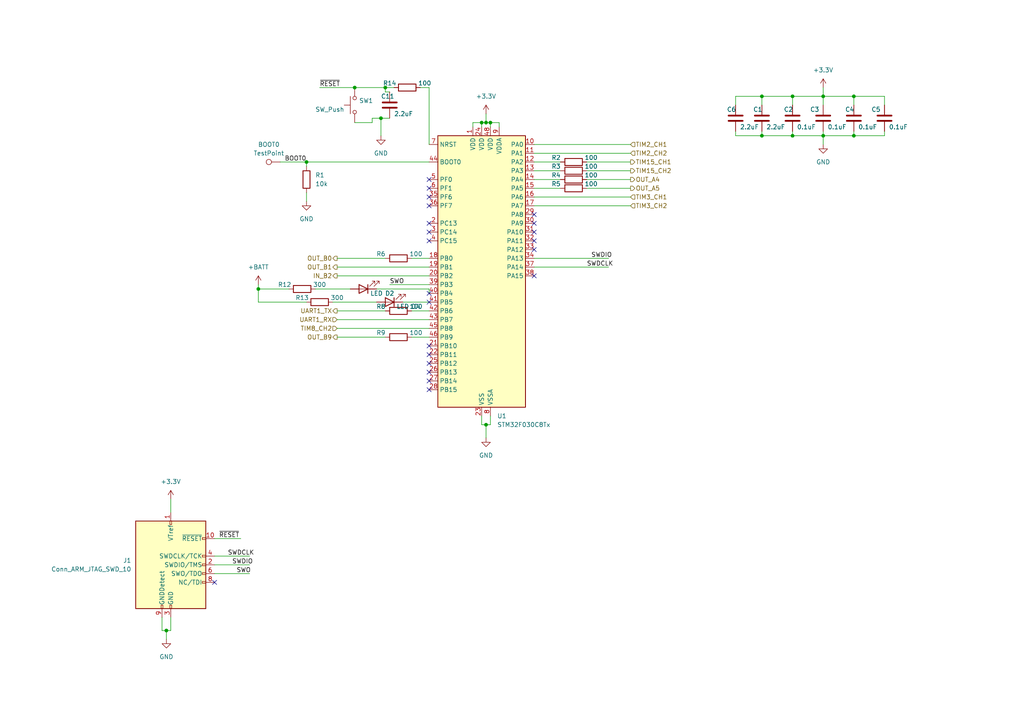
<source format=kicad_sch>
(kicad_sch (version 20230121) (generator eeschema)
  (paper "A4")
  (lib_symbols
    (symbol "Connector:Conn_ARM_JTAG_SWD_10" (pin_names (offset 1.016))
      (property "Reference" "J" (at -2.54 16.51 0))
      (property "Value" "Conn_ARM_JTAG_SWD_10" (at -2.54 13.97 0))
      (symbol "Conn_ARM_JTAG_SWD_10_0_1"
        (rectangle (start -10.16 12.7) (end 10.16 -12.7) (stroke (width 0.254)) (fill (type background)))
        (rectangle (start -2.794 -12.7) (end -2.286 -11.684))
        (rectangle (start -0.254 -12.7) (end 0.254 -11.684))
        (rectangle (start -0.254 12.7) (end 0.254 11.684))
        (rectangle (start 9.144 2.286) (end 10.16 2.794))
        (rectangle (start 10.16 -2.794) (end 9.144 -2.286))
        (rectangle (start 10.16 -0.254) (end 9.144 0.254))
        (rectangle (start 10.16 7.874) (end 9.144 7.366))
      )
      (symbol "Conn_ARM_JTAG_SWD_10_1_1"
        (rectangle (start 9.144 -5.334) (end 10.16 -4.826))
        (pin power_in line (at 0 15.24 270) (length 2.54) (name "VTref") (number "1"))
        (pin open_collector line (at 12.7 7.62 180) (length 2.54) (name "~{RESET}") (number "10"))
        (pin bidirectional line (at 12.7 0 180) (length 2.54) (name "SWDIO/TMS") (number "2"))
        (pin power_in line (at 0 -15.24 90) (length 2.54) (name "GND") (number "3"))
        (pin output line (at 12.7 2.54 180) (length 2.54) (name "SWDCLK/TCK") (number "4"))
        (pin passive line (at 0 -15.24 90) (length 2.54) hide (name "GND") (number "5"))
        (pin input line (at 12.7 -2.54 180) (length 2.54) (name "SWO/TDO") (number "6"))
        (pin no_connect line (at -10.16 0 0) (length 2.54) hide (name "KEY") (number "7"))
        (pin output line (at 12.7 -5.08 180) (length 2.54) (name "NC/TDI") (number "8"))
        (pin passive line (at -2.54 -15.24 90) (length 2.54) (name "GNDDetect") (number "9"))
      )
    )
    (symbol "Connector:TestPoint" (pin_numbers hide) (pin_names (offset 0.762) hide)
      (property "Reference" "TP" (at 0 6.858 0))
      (property "Value" "TestPoint" (at 0 5.08 0))
      (symbol "TestPoint_0_1"
        (circle (center 0 3.302) (radius 0.762))
      )
      (symbol "TestPoint_1_1"
        (pin passive line (at 0 0 90) (length 2.54) (name "1") (number "1"))
      )
    )
    (symbol "Device:C" (pin_numbers hide) (pin_names (offset 0.254))
      (property "Reference" "C" (at 0.635 2.54 0))
      (property "Value" "C" (at 0.635 -2.54 0))
      (symbol "C_0_1"
        (polyline (pts (xy -2.032 -0.762) (xy 2.032 -0.762)) (stroke (width 0.508)))
        (polyline (pts (xy -2.032 0.762) (xy 2.032 0.762)) (stroke (width 0.508)))
      )
      (symbol "C_1_1"
        (pin passive line (at 0 3.81 270) (length 2.794) (name "~") (number "1"))
        (pin passive line (at 0 -3.81 90) (length 2.794) (name "~") (number "2"))
      )
    )
    (symbol "Device:LED" (pin_numbers hide) (pin_names (offset 1.016) hide)
      (property "Reference" "D" (at 0 2.54 0))
      (property "Value" "LED" (at 0 -2.54 0))
      (symbol "LED_0_1"
        (polyline (pts (xy -1.27 -1.27) (xy -1.27 1.27)) (stroke (width 0.254)))
        (polyline (pts (xy -1.27 0) (xy 1.27 0)))
        (polyline (pts (xy 1.27 -1.27) (xy 1.27 1.27) (xy -1.27 0) (xy 1.27 -1.27)) (stroke (width 0.254)))
        (polyline (pts (xy -3.048 -0.762) (xy -4.572 -2.286) (xy -3.81 -2.286) (xy -4.572 -2.286) (xy -4.572 -1.524)))
        (polyline (pts (xy -1.778 -0.762) (xy -3.302 -2.286) (xy -2.54 -2.286) (xy -3.302 -2.286) (xy -3.302 -1.524)))
      )
      (symbol "LED_1_1"
        (pin passive line (at -3.81 0 0) (length 2.54) (name "K") (number "1"))
        (pin passive line (at 3.81 0 180) (length 2.54) (name "A") (number "2"))
      )
    )
    (symbol "Device:R" (pin_numbers hide) (pin_names (offset 0))
      (property "Reference" "R" (at 2.032 0 90))
      (property "Value" "R" (at 0 0 90))
      (symbol "R_0_1"
        (rectangle (start -1.016 -2.54) (end 1.016 2.54) (stroke (width 0.254)))
      )
      (symbol "R_1_1"
        (pin passive line (at 0 3.81 270) (length 1.27) (name "~") (number "1"))
        (pin passive line (at 0 -3.81 90) (length 1.27) (name "~") (number "2"))
      )
    )
    (symbol "MCU_ST_STM32F0:STM32F030C8Tx"
      (property "Reference" "U" (at -12.7 41.91 0))
      (property "Value" "STM32F030C8Tx" (at 7.62 41.91 0))
      (symbol "STM32F030C8Tx_0_1"
        (rectangle (start -12.7 -38.1) (end 12.7 40.64) (stroke (width 0.254)) (fill (type background)))
      )
      (symbol "STM32F030C8Tx_1_1"
        (pin power_in line (at -2.54 43.18 270) (length 2.54) (name "VDD") (number "1"))
        (pin bidirectional line (at 15.24 38.1 180) (length 2.54) (name "PA0") (number "10"))
        (pin bidirectional line (at 15.24 35.56 180) (length 2.54) (name "PA1") (number "11"))
        (pin bidirectional line (at 15.24 33.02 180) (length 2.54) (name "PA2") (number "12"))
        (pin bidirectional line (at 15.24 30.48 180) (length 2.54) (name "PA3") (number "13"))
        (pin bidirectional line (at 15.24 27.94 180) (length 2.54) (name "PA4") (number "14"))
        (pin bidirectional line (at 15.24 25.4 180) (length 2.54) (name "PA5") (number "15"))
        (pin bidirectional line (at 15.24 22.86 180) (length 2.54) (name "PA6") (number "16"))
        (pin bidirectional line (at 15.24 20.32 180) (length 2.54) (name "PA7") (number "17"))
        (pin bidirectional line (at -15.24 5.08 0) (length 2.54) (name "PB0") (number "18"))
        (pin bidirectional line (at -15.24 2.54 0) (length 2.54) (name "PB1") (number "19"))
        (pin bidirectional line (at -15.24 15.24 0) (length 2.54) (name "PC13") (number "2"))
        (pin bidirectional line (at -15.24 0 0) (length 2.54) (name "PB2") (number "20"))
        (pin bidirectional line (at -15.24 -20.32 0) (length 2.54) (name "PB10") (number "21"))
        (pin bidirectional line (at -15.24 -22.86 0) (length 2.54) (name "PB11") (number "22"))
        (pin power_in line (at 0 -40.64 90) (length 2.54) (name "VSS") (number "23"))
        (pin power_in line (at 0 43.18 270) (length 2.54) (name "VDD") (number "24"))
        (pin bidirectional line (at -15.24 -25.4 0) (length 2.54) (name "PB12") (number "25"))
        (pin bidirectional line (at -15.24 -27.94 0) (length 2.54) (name "PB13") (number "26"))
        (pin bidirectional line (at -15.24 -30.48 0) (length 2.54) (name "PB14") (number "27"))
        (pin bidirectional line (at -15.24 -33.02 0) (length 2.54) (name "PB15") (number "28"))
        (pin bidirectional line (at 15.24 17.78 180) (length 2.54) (name "PA8") (number "29"))
        (pin bidirectional line (at -15.24 12.7 0) (length 2.54) (name "PC14") (number "3"))
        (pin bidirectional line (at 15.24 15.24 180) (length 2.54) (name "PA9") (number "30"))
        (pin bidirectional line (at 15.24 12.7 180) (length 2.54) (name "PA10") (number "31"))
        (pin bidirectional line (at 15.24 10.16 180) (length 2.54) (name "PA11") (number "32"))
        (pin bidirectional line (at 15.24 7.62 180) (length 2.54) (name "PA12") (number "33"))
        (pin bidirectional line (at 15.24 5.08 180) (length 2.54) (name "PA13") (number "34"))
        (pin bidirectional line (at -15.24 22.86 0) (length 2.54) (name "PF6") (number "35"))
        (pin bidirectional line (at -15.24 20.32 0) (length 2.54) (name "PF7") (number "36"))
        (pin bidirectional line (at 15.24 2.54 180) (length 2.54) (name "PA14") (number "37"))
        (pin bidirectional line (at 15.24 0 180) (length 2.54) (name "PA15") (number "38"))
        (pin bidirectional line (at -15.24 -2.54 0) (length 2.54) (name "PB3") (number "39"))
        (pin bidirectional line (at -15.24 10.16 0) (length 2.54) (name "PC15") (number "4"))
        (pin bidirectional line (at -15.24 -5.08 0) (length 2.54) (name "PB4") (number "40"))
        (pin bidirectional line (at -15.24 -7.62 0) (length 2.54) (name "PB5") (number "41"))
        (pin bidirectional line (at -15.24 -10.16 0) (length 2.54) (name "PB6") (number "42"))
        (pin bidirectional line (at -15.24 -12.7 0) (length 2.54) (name "PB7") (number "43"))
        (pin input line (at -15.24 33.02 0) (length 2.54) (name "BOOT0") (number "44"))
        (pin bidirectional line (at -15.24 -15.24 0) (length 2.54) (name "PB8") (number "45"))
        (pin bidirectional line (at -15.24 -17.78 0) (length 2.54) (name "PB9") (number "46"))
        (pin passive line (at 0 -40.64 90) (length 2.54) hide (name "VSS") (number "47"))
        (pin power_in line (at 2.54 43.18 270) (length 2.54) (name "VDD") (number "48"))
        (pin bidirectional line (at -15.24 27.94 0) (length 2.54) (name "PF0") (number "5"))
        (pin bidirectional line (at -15.24 25.4 0) (length 2.54) (name "PF1") (number "6"))
        (pin input line (at -15.24 38.1 0) (length 2.54) (name "NRST") (number "7"))
        (pin power_in line (at 2.54 -40.64 90) (length 2.54) (name "VSSA") (number "8"))
        (pin power_in line (at 5.08 43.18 270) (length 2.54) (name "VDDA") (number "9"))
      )
    )
    (symbol "Switch:SW_Push" (pin_numbers hide) (pin_names (offset 1.016) hide)
      (property "Reference" "SW" (at 1.27 2.54 0))
      (property "Value" "SW_Push" (at 0 -1.524 0))
      (symbol "SW_Push_0_1"
        (circle (center -2.032 0) (radius 0.508))
        (polyline (pts (xy 0 1.27) (xy 0 3.048)))
        (polyline (pts (xy 2.54 1.27) (xy -2.54 1.27)))
        (circle (center 2.032 0) (radius 0.508))
        (pin passive line (at -5.08 0 0) (length 2.54) (name "1") (number "1"))
        (pin passive line (at 5.08 0 180) (length 2.54) (name "2") (number "2"))
      )
    )
    (symbol "power:+3.3V" (power) (pin_names (offset 0))
      (property "Value" "+3.3V" (at 0 3.556 0))
      (symbol "+3.3V_0_1"
        (polyline (pts (xy -0.762 1.27) (xy 0 2.54)))
        (polyline (pts (xy 0 0) (xy 0 2.54)))
        (polyline (pts (xy 0 2.54) (xy 0.762 1.27)))
      )
      (symbol "+3.3V_1_1"
        (pin power_in line (at 0 0 90) (length 0) hide (name "+3.3V") (number "1"))
      )
    )
    (symbol "power:+BATT" (power) (pin_names (offset 0))
      (property "Value" "+BATT" (at 0 3.556 0))
      (symbol "+BATT_0_1"
        (polyline (pts (xy -0.762 1.27) (xy 0 2.54)))
        (polyline (pts (xy 0 0) (xy 0 2.54)))
        (polyline (pts (xy 0 2.54) (xy 0.762 1.27)))
      )
      (symbol "+BATT_1_1"
        (pin power_in line (at 0 0 90) (length 0) hide (name "+BATT") (number "1"))
      )
    )
    (symbol "power:GND" (power) (pin_names (offset 0))
      (property "Value" "GND" (at 0 -3.81 0))
      (symbol "GND_0_1"
        (polyline (pts (xy 0 0) (xy 0 -1.27) (xy 1.27 -1.27) (xy 0 -2.54) (xy -1.27 -1.27) (xy 0 -1.27)))
      )
      (symbol "GND_1_1"
        (pin power_in line (at 0 0 270) (length 0) hide (name "GND") (number "1"))
      )
    )
  )
  (junction (at 111.76 25.4))
  (junction (at 247.65 27.94))
  (junction (at 140.97 123.19))
  (junction (at 142.24 35.56))
  (junction (at 229.87 27.94))
  (junction (at 220.98 27.94))
  (junction (at 74.93 83.82))
  (junction (at 110.49 34.29))
  (junction (at 48.26 182.88))
  (junction (at 139.7 35.56))
  (junction (at 238.76 39.37))
  (junction (at 229.87 39.37))
  (junction (at 220.98 39.37))
  (junction (at 238.76 27.94))
  (junction (at 102.87 25.4))
  (junction (at 140.97 35.56))
  (junction (at 247.65 39.37))
  (junction (at 88.9 46.99))
  (no_connect (at 124.46 69.85))
  (no_connect (at 154.94 62.23))
  (no_connect (at 124.46 105.41))
  (no_connect (at 124.46 102.87))
  (no_connect (at 154.94 80.01))
  (no_connect (at 124.46 54.61))
  (no_connect (at 124.46 57.15))
  (no_connect (at 124.46 110.49))
  (no_connect (at 124.46 85.09))
  (no_connect (at 154.94 69.85))
  (no_connect (at 124.46 52.07))
  (no_connect (at 154.94 67.31))
  (no_connect (at 124.46 64.77))
  (no_connect (at 154.94 64.77))
  (no_connect (at 124.46 67.31))
  (no_connect (at 124.46 59.69))
  (no_connect (at 124.46 107.95))
  (no_connect (at 154.94 72.39))
  (no_connect (at 124.46 87.63))
  (no_connect (at 124.46 100.33))
  (no_connect (at 62.23 168.91))
  (no_connect (at 124.46 113.03))
  (wire (pts (xy 102.87 35.56) (xy 107.95 35.56)))
  (wire (pts (xy 111.76 25.4) (xy 114.3 25.4)))
  (wire (pts (xy 140.97 123.19) (xy 140.97 127)))
  (wire (pts (xy 137.16 36.83) (xy 137.16 35.56)))
  (wire (pts (xy 49.53 144.78) (xy 49.53 148.59)))
  (wire (pts (xy 154.94 57.15) (xy 182.88 57.15)))
  (wire (pts (xy 88.9 46.99) (xy 88.9 48.26)))
  (wire (pts (xy 154.94 59.69) (xy 182.88 59.69)))
  (wire (pts (xy 170.18 52.07) (xy 182.88 52.07)))
  (wire (pts (xy 137.16 35.56) (xy 139.7 35.56)))
  (wire (pts (xy 213.36 39.37) (xy 220.98 39.37)))
  (wire (pts (xy 116.84 87.63) (xy 124.46 87.63)))
  (wire (pts (xy 62.23 161.29) (xy 72.39 161.29)))
  (wire (pts (xy 154.94 41.91) (xy 182.88 41.91)))
  (wire (pts (xy 220.98 38.1) (xy 220.98 39.37)))
  (wire (pts (xy 220.98 27.94) (xy 229.87 27.94)))
  (wire (pts (xy 247.65 38.1) (xy 247.65 39.37)))
  (wire (pts (xy 256.54 30.48) (xy 256.54 27.94)))
  (wire (pts (xy 74.93 83.82) (xy 74.93 87.63)))
  (wire (pts (xy 102.87 25.4) (xy 111.76 25.4)))
  (wire (pts (xy 88.9 55.88) (xy 88.9 58.42)))
  (wire (pts (xy 256.54 38.1) (xy 256.54 39.37)))
  (wire (pts (xy 154.94 49.53) (xy 162.56 49.53)))
  (wire (pts (xy 119.38 74.93) (xy 124.46 74.93)))
  (wire (pts (xy 111.76 26.67) (xy 111.76 25.4)))
  (wire (pts (xy 140.97 35.56) (xy 139.7 35.56)))
  (wire (pts (xy 97.79 74.93) (xy 111.76 74.93)))
  (wire (pts (xy 144.78 35.56) (xy 142.24 35.56)))
  (wire (pts (xy 229.87 27.94) (xy 238.76 27.94)))
  (wire (pts (xy 170.18 49.53) (xy 182.88 49.53)))
  (wire (pts (xy 154.94 54.61) (xy 162.56 54.61)))
  (wire (pts (xy 139.7 123.19) (xy 140.97 123.19)))
  (wire (pts (xy 154.94 46.99) (xy 162.56 46.99)))
  (wire (pts (xy 238.76 39.37) (xy 238.76 41.91)))
  (wire (pts (xy 124.46 25.4) (xy 124.46 41.91)))
  (wire (pts (xy 91.44 83.82) (xy 101.6 83.82)))
  (wire (pts (xy 256.54 27.94) (xy 247.65 27.94)))
  (wire (pts (xy 88.9 46.99) (xy 124.46 46.99)))
  (wire (pts (xy 62.23 166.37) (xy 72.39 166.37)))
  (wire (pts (xy 81.28 46.99) (xy 88.9 46.99)))
  (wire (pts (xy 74.93 82.55) (xy 74.93 83.82)))
  (wire (pts (xy 229.87 30.48) (xy 229.87 27.94)))
  (wire (pts (xy 229.87 39.37) (xy 238.76 39.37)))
  (wire (pts (xy 154.94 52.07) (xy 162.56 52.07)))
  (wire (pts (xy 97.79 97.79) (xy 111.76 97.79)))
  (wire (pts (xy 97.79 92.71) (xy 124.46 92.71)))
  (wire (pts (xy 213.36 38.1) (xy 213.36 39.37)))
  (wire (pts (xy 110.49 34.29) (xy 110.49 39.37)))
  (wire (pts (xy 46.99 179.07) (xy 46.99 182.88)))
  (wire (pts (xy 220.98 39.37) (xy 229.87 39.37)))
  (wire (pts (xy 96.52 87.63) (xy 109.22 87.63)))
  (wire (pts (xy 97.79 90.17) (xy 111.76 90.17)))
  (wire (pts (xy 213.36 27.94) (xy 220.98 27.94)))
  (wire (pts (xy 109.22 83.82) (xy 124.46 83.82)))
  (wire (pts (xy 48.26 182.88) (xy 48.26 185.42)))
  (wire (pts (xy 46.99 182.88) (xy 48.26 182.88)))
  (wire (pts (xy 256.54 39.37) (xy 247.65 39.37)))
  (wire (pts (xy 154.94 77.47) (xy 176.53 77.47)))
  (wire (pts (xy 238.76 27.94) (xy 238.76 30.48)))
  (wire (pts (xy 113.03 82.55) (xy 124.46 82.55)))
  (wire (pts (xy 220.98 30.48) (xy 220.98 27.94)))
  (wire (pts (xy 119.38 90.17) (xy 124.46 90.17)))
  (wire (pts (xy 97.79 95.25) (xy 124.46 95.25)))
  (wire (pts (xy 139.7 35.56) (xy 139.7 36.83)))
  (wire (pts (xy 74.93 87.63) (xy 88.9 87.63)))
  (wire (pts (xy 97.79 77.47) (xy 124.46 77.47)))
  (wire (pts (xy 142.24 123.19) (xy 140.97 123.19)))
  (wire (pts (xy 121.92 25.4) (xy 124.46 25.4)))
  (wire (pts (xy 107.95 34.29) (xy 110.49 34.29)))
  (wire (pts (xy 119.38 97.79) (xy 124.46 97.79)))
  (wire (pts (xy 49.53 179.07) (xy 49.53 182.88)))
  (wire (pts (xy 139.7 120.65) (xy 139.7 123.19)))
  (wire (pts (xy 92.71 25.4) (xy 102.87 25.4)))
  (wire (pts (xy 144.78 36.83) (xy 144.78 35.56)))
  (wire (pts (xy 113.03 26.67) (xy 111.76 26.67)))
  (wire (pts (xy 140.97 33.02) (xy 140.97 35.56)))
  (wire (pts (xy 154.94 74.93) (xy 176.53 74.93)))
  (wire (pts (xy 74.93 83.82) (xy 83.82 83.82)))
  (wire (pts (xy 142.24 35.56) (xy 140.97 35.56)))
  (wire (pts (xy 238.76 38.1) (xy 238.76 39.37)))
  (wire (pts (xy 238.76 25.4) (xy 238.76 27.94)))
  (wire (pts (xy 229.87 38.1) (xy 229.87 39.37)))
  (wire (pts (xy 170.18 46.99) (xy 182.88 46.99)))
  (wire (pts (xy 154.94 44.45) (xy 182.88 44.45)))
  (wire (pts (xy 170.18 54.61) (xy 182.88 54.61)))
  (wire (pts (xy 247.65 39.37) (xy 238.76 39.37)))
  (wire (pts (xy 62.23 163.83) (xy 72.39 163.83)))
  (wire (pts (xy 107.95 35.56) (xy 107.95 34.29)))
  (wire (pts (xy 247.65 27.94) (xy 238.76 27.94)))
  (wire (pts (xy 124.46 83.82) (xy 124.46 85.09)))
  (wire (pts (xy 62.23 156.21) (xy 69.85 156.21)))
  (wire (pts (xy 247.65 30.48) (xy 247.65 27.94)))
  (wire (pts (xy 97.79 80.01) (xy 124.46 80.01)))
  (wire (pts (xy 213.36 30.48) (xy 213.36 27.94)))
  (wire (pts (xy 142.24 120.65) (xy 142.24 123.19)))
  (wire (pts (xy 49.53 182.88) (xy 48.26 182.88)))
  (wire (pts (xy 113.03 34.29) (xy 110.49 34.29)))
  (wire (pts (xy 142.24 36.83) (xy 142.24 35.56)))
  (label "SWDCLK" (at 170.18 77.47 0))
  (label "SWDIO" (at 67.31 163.83 0))
  (label "SWDCLK" (at 66.04 161.29 0))
  (label "~{RESET}" (at 92.71 25.4 0))
  (label "SWO" (at 113.03 82.55 0))
  (label "SWO" (at 68.58 166.37 0))
  (label "SWDIO" (at 171.45 74.93 0))
  (label "BOOT0" (at 82.55 46.99 0))
  (label "~{RESET}" (at 63.5 156.21 0))
  (hierarchical_label "UART1_RX" (shape input) (at 97.79 92.71 180))
  (hierarchical_label "TIM3_CH1" (shape input) (at 182.88 57.15 0))
  (hierarchical_label "OUT_B9" (shape output) (at 97.79 97.79 180))
  (hierarchical_label "TIM2_CH2" (shape input) (at 182.88 44.45 0))
  (hierarchical_label "UART1_TX" (shape output) (at 97.79 90.17 180))
  (hierarchical_label "IN_B2" (shape output) (at 97.79 80.01 180))
  (hierarchical_label "TIM15_CH1" (shape output) (at 182.88 46.99 0))
  (hierarchical_label "TIM8_CH2" (shape input) (at 97.79 95.25 180))
  (hierarchical_label "TIM2_CH1" (shape input) (at 182.88 41.91 0))
  (hierarchical_label "OUT_A4" (shape output) (at 182.88 52.07 0))
  (hierarchical_label "OUT_B1" (shape output) (at 97.79 77.47 180))
  (hierarchical_label "OUT_A5" (shape output) (at 182.88 54.61 0))
  (hierarchical_label "OUT_B0" (shape output) (at 97.79 74.93 180))
  (hierarchical_label "TIM15_CH2" (shape output) (at 182.88 49.53 0))
  (hierarchical_label "TIM3_CH2" (shape input) (at 182.88 59.69 0))
  (symbol (lib_id "power:+BATT") (at 74.93 82.55 0) (unit 1)
    (property "Reference" "#PWR031" (effects hide))
    (property "Value" "+BATT" (at 74.93 77.47 0))
  )
  (symbol (lib_id "Device:R") (at 88.9 52.07 0) (unit 1)
    (property "Reference" "R1" (at 91.44 50.8 0) (effects (justify left)))
    (property "Value" "10k" (at 91.44 53.34 0) (effects (justify left)))
    (property "Footprint" "Resistor_SMD:R_0603_1608Metric" (effects hide))
  )
  (symbol (lib_id "Device:C") (at 213.36 34.29 0) (unit 1)
    (property "Reference" "C6" (at 210.82 31.75 0) (effects (justify left)))
    (property "Value" "2.2uF" (at 214.63 36.83 0) (effects (justify left)))
    (property "Footprint" "Capacitor_SMD:C_0603_1608Metric" (effects hide))
  )
  (symbol (lib_id "power:GND") (at 48.26 185.42 0) (unit 1)
    (property "Reference" "#PWR06" (effects hide))
    (property "Value" "GND" (at 48.26 190.5 0))
  )
  (symbol (lib_id "Device:C") (at 229.87 34.29 0) (unit 1)
    (property "Reference" "C2" (at 227.33 31.75 0) (effects (justify left)))
    (property "Value" "0.1uF" (at 231.14 36.83 0) (effects (justify left)))
    (property "Footprint" "Capacitor_SMD:C_0603_1608Metric" (effects hide))
  )
  (symbol (lib_id "Connector:TestPoint") (at 81.28 46.99 90) (unit 1)
    (property "Reference" "BOOT0" (at 77.978 41.91 90))
    (property "Value" "TestPoint" (at 77.978 44.45 90))
    (property "Footprint" "TestPoint:TestPoint_Pad_D1.5mm" (effects hide))
  )
  (symbol (lib_id "power:GND") (at 238.76 41.91 0) (unit 1)
    (property "Reference" "#PWR04" (effects hide))
    (property "Value" "GND" (at 238.76 46.99 0))
  )
  (symbol (lib_id "Switch:SW_Push") (at 102.87 30.48 90) (unit 1)
    (property "Reference" "SW1" (at 104.14 29.21 90) (effects (justify right)))
    (property "Value" "SW_Push" (at 91.44 31.75 90) (effects (justify right)))
    (property "Footprint" "Button_Switch_SMD:SW_Push_SPST_NO_Alps_SKRK" (effects hide))
  )
  (symbol (lib_id "Device:R") (at 87.63 83.82 90) (unit 1)
    (property "Reference" "R12" (at 82.55 82.55 90))
    (property "Value" "300" (at 92.71 82.55 90))
    (property "Footprint" "Resistor_SMD:R_0603_1608Metric" (effects hide))
  )
  (symbol (lib_id "Connector:Conn_ARM_JTAG_SWD_10") (at 49.53 163.83 0) (unit 1)
    (property "Reference" "J1" (at 38.1 162.56 0) (effects (justify right)))
    (property "Value" "Conn_ARM_JTAG_SWD_10" (at 38.1 165.1 0) (effects (justify right)))
    (property "Footprint" "Connector_PinHeader_1.27mm:PinHeader_2x05_P1.27mm_Vertical" (effects hide))
    (property "Datasheet" "http://infocenter.arm.com/help/topic/com.arm.doc.ddi0314h/DDI0314H_coresight_components_trm.pdf" (effects hide))
  )
  (symbol (lib_id "Device:LED") (at 105.41 83.82 180) (unit 1)
    (property "Reference" "D2" (at 113.03 85.09 0))
    (property "Value" "LED" (at 109.22 85.09 0))
    (property "Footprint" "LED_SMD:LED_0603_1608Metric" (effects hide))
  )
  (symbol (lib_id "Device:R") (at 166.37 54.61 90) (unit 1)
    (property "Reference" "R5" (at 161.29 53.34 90))
    (property "Value" "100" (at 171.45 53.34 90))
    (property "Footprint" "Resistor_SMD:R_0603_1608Metric" (effects hide))
  )
  (symbol (lib_id "Device:R") (at 92.71 87.63 90) (unit 1)
    (property "Reference" "R13" (at 87.63 86.36 90))
    (property "Value" "300" (at 97.79 86.36 90))
    (property "Footprint" "Resistor_SMD:R_0603_1608Metric" (effects hide))
  )
  (symbol (lib_id "Device:R") (at 115.57 74.93 90) (unit 1)
    (property "Reference" "R6" (at 110.49 73.66 90))
    (property "Value" "100" (at 120.65 73.66 90))
    (property "Footprint" "Resistor_SMD:R_0603_1608Metric" (effects hide))
  )
  (symbol (lib_id "Device:R") (at 115.57 90.17 90) (unit 1)
    (property "Reference" "R8" (at 110.49 88.9 90))
    (property "Value" "100" (at 120.65 88.9 90))
    (property "Footprint" "Resistor_SMD:R_0603_1608Metric" (effects hide))
  )
  (symbol (lib_id "Device:R") (at 166.37 46.99 90) (unit 1)
    (property "Reference" "R2" (at 161.29 45.72 90))
    (property "Value" "100" (at 171.45 45.72 90))
    (property "Footprint" "Resistor_SMD:R_0603_1608Metric" (effects hide))
  )
  (symbol (lib_id "MCU_ST_STM32F0:STM32F030C8Tx") (at 139.7 80.01 0) (unit 1)
    (property "Reference" "U1" (at 144.1959 120.65 0) (effects (justify left)))
    (property "Value" "STM32F030C8Tx" (at 144.1959 123.19 0) (effects (justify left)))
    (property "Footprint" "Package_QFP:LQFP-48_7x7mm_P0.5mm" (effects hide))
    (property "Datasheet" "https://www.st.com/resource/en/datasheet/stm32f030c8.pdf" (effects hide))
  )
  (symbol (lib_id "Device:R") (at 118.11 25.4 90) (unit 1)
    (property "Reference" "R14" (at 113.03 24.13 90))
    (property "Value" "100" (at 123.19 24.13 90))
    (property "Footprint" "Resistor_SMD:R_0603_1608Metric" (effects hide))
  )
  (symbol (lib_id "power:GND") (at 110.49 39.37 0) (unit 1)
    (property "Reference" "#PWR032" (effects hide))
    (property "Value" "GND" (at 110.49 44.45 0))
  )
  (symbol (lib_id "Device:R") (at 115.57 97.79 90) (unit 1)
    (property "Reference" "R9" (at 110.49 96.52 90))
    (property "Value" "100" (at 120.65 96.52 90))
    (property "Footprint" "Resistor_SMD:R_0603_1608Metric" (effects hide))
  )
  (symbol (lib_id "power:+3.3V") (at 238.76 25.4 0) (unit 1)
    (property "Reference" "#PWR03" (effects hide))
    (property "Value" "+3.3V" (at 238.76 20.32 0))
  )
  (symbol (lib_id "Device:R") (at 166.37 49.53 90) (unit 1)
    (property "Reference" "R3" (at 161.29 48.26 90))
    (property "Value" "100" (at 171.45 48.26 90))
    (property "Footprint" "Resistor_SMD:R_0603_1608Metric" (effects hide))
  )
  (symbol (lib_id "Device:C") (at 247.65 34.29 0) (unit 1)
    (property "Reference" "C4" (at 245.11 31.75 0) (effects (justify left)))
    (property "Value" "0.1uF" (at 248.92 36.83 0) (effects (justify left)))
    (property "Footprint" "Capacitor_SMD:C_0603_1608Metric" (effects hide))
  )
  (symbol (lib_id "Device:LED") (at 113.03 87.63 180) (unit 1)
    (property "Reference" "D4" (at 120.65 88.9 0))
    (property "Value" "LED" (at 116.84 88.9 0))
    (property "Footprint" "LED_SMD:LED_0603_1608Metric" (effects hide))
  )
  (symbol (lib_id "Device:C") (at 256.54 34.29 0) (unit 1)
    (property "Reference" "C5" (at 252.73 31.75 0) (effects (justify left)))
    (property "Value" "0.1uF" (at 257.81 36.83 0) (effects (justify left)))
    (property "Footprint" "Capacitor_SMD:C_0603_1608Metric" (effects hide))
  )
  (symbol (lib_id "power:+3.3V") (at 140.97 33.02 0) (unit 1)
    (property "Reference" "#PWR01" (effects hide))
    (property "Value" "+3.3V" (at 140.97 27.94 0))
  )
  (symbol (lib_id "Device:C") (at 238.76 34.29 0) (unit 1)
    (property "Reference" "C3" (at 234.95 31.75 0) (effects (justify left)))
    (property "Value" "0.1uF" (at 240.03 36.83 0) (effects (justify left)))
    (property "Footprint" "Capacitor_SMD:C_0603_1608Metric" (effects hide))
  )
  (symbol (lib_id "power:GND") (at 88.9 58.42 0) (unit 1)
    (property "Reference" "#PWR07" (effects hide))
    (property "Value" "GND" (at 88.9 63.5 0))
  )
  (symbol (lib_id "power:+3.3V") (at 49.53 144.78 0) (unit 1)
    (property "Reference" "#PWR05" (effects hide))
    (property "Value" "+3.3V" (at 49.53 139.7 0))
  )
  (symbol (lib_id "Device:R") (at 166.37 52.07 90) (unit 1)
    (property "Reference" "R4" (at 161.29 50.8 90))
    (property "Value" "100" (at 171.45 50.8 90))
    (property "Footprint" "Resistor_SMD:R_0603_1608Metric" (effects hide))
  )
  (symbol (lib_id "Device:C") (at 113.03 30.48 0) (unit 1)
    (property "Reference" "C11" (at 110.49 27.94 0) (effects (justify left)))
    (property "Value" "2.2uF" (at 114.3 33.02 0) (effects (justify left)))
    (property "Footprint" "Capacitor_SMD:C_0603_1608Metric" (effects hide))
  )
  (symbol (lib_id "power:GND") (at 140.97 127 0) (unit 1)
    (property "Reference" "#PWR02" (effects hide))
    (property "Value" "GND" (at 140.97 132.08 0))
  )
  (symbol (lib_id "Device:C") (at 220.98 34.29 0) (unit 1)
    (property "Reference" "C1" (at 218.44 31.75 0) (effects (justify left)))
    (property "Value" "2.2uF" (at 222.25 36.83 0) (effects (justify left)))
    (property "Footprint" "Capacitor_SMD:C_0603_1608Metric" (effects hide))
  )
)
</source>
